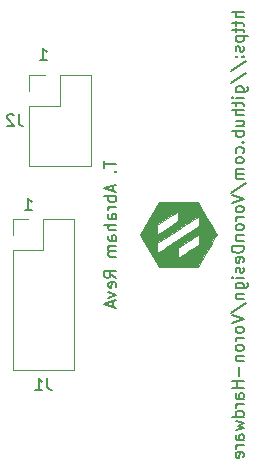
<source format=gbr>
G04 #@! TF.GenerationSoftware,KiCad,Pcbnew,(5.1.5)-3*
G04 #@! TF.CreationDate,2021-11-14T23:27:47-05:00*
G04 #@! TF.ProjectId,SKR-Mini_Screen,534b522d-4d69-46e6-995f-53637265656e,rev?*
G04 #@! TF.SameCoordinates,Original*
G04 #@! TF.FileFunction,Legend,Bot*
G04 #@! TF.FilePolarity,Positive*
%FSLAX46Y46*%
G04 Gerber Fmt 4.6, Leading zero omitted, Abs format (unit mm)*
G04 Created by KiCad (PCBNEW (5.1.5)-3) date 2021-11-14 23:27:47*
%MOMM*%
%LPD*%
G04 APERTURE LIST*
%ADD10C,0.200000*%
%ADD11C,0.150000*%
%ADD12C,0.010000*%
%ADD13C,0.120000*%
G04 APERTURE END LIST*
D10*
X143962380Y-87846666D02*
X142962380Y-87846666D01*
X143962380Y-88275238D02*
X143438571Y-88275238D01*
X143343333Y-88227619D01*
X143295714Y-88132380D01*
X143295714Y-87989523D01*
X143343333Y-87894285D01*
X143390952Y-87846666D01*
X143295714Y-88608571D02*
X143295714Y-88989523D01*
X142962380Y-88751428D02*
X143819523Y-88751428D01*
X143914761Y-88799047D01*
X143962380Y-88894285D01*
X143962380Y-88989523D01*
X143295714Y-89180000D02*
X143295714Y-89560952D01*
X142962380Y-89322857D02*
X143819523Y-89322857D01*
X143914761Y-89370476D01*
X143962380Y-89465714D01*
X143962380Y-89560952D01*
X143295714Y-89894285D02*
X144295714Y-89894285D01*
X143343333Y-89894285D02*
X143295714Y-89989523D01*
X143295714Y-90180000D01*
X143343333Y-90275238D01*
X143390952Y-90322857D01*
X143486190Y-90370476D01*
X143771904Y-90370476D01*
X143867142Y-90322857D01*
X143914761Y-90275238D01*
X143962380Y-90180000D01*
X143962380Y-89989523D01*
X143914761Y-89894285D01*
X143914761Y-90751428D02*
X143962380Y-90846666D01*
X143962380Y-91037142D01*
X143914761Y-91132380D01*
X143819523Y-91180000D01*
X143771904Y-91180000D01*
X143676666Y-91132380D01*
X143629047Y-91037142D01*
X143629047Y-90894285D01*
X143581428Y-90799047D01*
X143486190Y-90751428D01*
X143438571Y-90751428D01*
X143343333Y-90799047D01*
X143295714Y-90894285D01*
X143295714Y-91037142D01*
X143343333Y-91132380D01*
X143867142Y-91608571D02*
X143914761Y-91656190D01*
X143962380Y-91608571D01*
X143914761Y-91560952D01*
X143867142Y-91608571D01*
X143962380Y-91608571D01*
X143343333Y-91608571D02*
X143390952Y-91656190D01*
X143438571Y-91608571D01*
X143390952Y-91560952D01*
X143343333Y-91608571D01*
X143438571Y-91608571D01*
X142914761Y-92799047D02*
X144200476Y-91941904D01*
X142914761Y-93846666D02*
X144200476Y-92989523D01*
X143295714Y-94608571D02*
X144105238Y-94608571D01*
X144200476Y-94560952D01*
X144248095Y-94513333D01*
X144295714Y-94418095D01*
X144295714Y-94275238D01*
X144248095Y-94180000D01*
X143914761Y-94608571D02*
X143962380Y-94513333D01*
X143962380Y-94322857D01*
X143914761Y-94227619D01*
X143867142Y-94180000D01*
X143771904Y-94132380D01*
X143486190Y-94132380D01*
X143390952Y-94180000D01*
X143343333Y-94227619D01*
X143295714Y-94322857D01*
X143295714Y-94513333D01*
X143343333Y-94608571D01*
X143962380Y-95084761D02*
X143295714Y-95084761D01*
X142962380Y-95084761D02*
X143010000Y-95037142D01*
X143057619Y-95084761D01*
X143010000Y-95132380D01*
X142962380Y-95084761D01*
X143057619Y-95084761D01*
X143295714Y-95418095D02*
X143295714Y-95799047D01*
X142962380Y-95560952D02*
X143819523Y-95560952D01*
X143914761Y-95608571D01*
X143962380Y-95703809D01*
X143962380Y-95799047D01*
X143962380Y-96132380D02*
X142962380Y-96132380D01*
X143962380Y-96560952D02*
X143438571Y-96560952D01*
X143343333Y-96513333D01*
X143295714Y-96418095D01*
X143295714Y-96275238D01*
X143343333Y-96180000D01*
X143390952Y-96132380D01*
X143295714Y-97465714D02*
X143962380Y-97465714D01*
X143295714Y-97037142D02*
X143819523Y-97037142D01*
X143914761Y-97084761D01*
X143962380Y-97180000D01*
X143962380Y-97322857D01*
X143914761Y-97418095D01*
X143867142Y-97465714D01*
X143962380Y-97941904D02*
X142962380Y-97941904D01*
X143343333Y-97941904D02*
X143295714Y-98037142D01*
X143295714Y-98227619D01*
X143343333Y-98322857D01*
X143390952Y-98370476D01*
X143486190Y-98418095D01*
X143771904Y-98418095D01*
X143867142Y-98370476D01*
X143914761Y-98322857D01*
X143962380Y-98227619D01*
X143962380Y-98037142D01*
X143914761Y-97941904D01*
X143867142Y-98846666D02*
X143914761Y-98894285D01*
X143962380Y-98846666D01*
X143914761Y-98799047D01*
X143867142Y-98846666D01*
X143962380Y-98846666D01*
X143914761Y-99751428D02*
X143962380Y-99656190D01*
X143962380Y-99465714D01*
X143914761Y-99370476D01*
X143867142Y-99322857D01*
X143771904Y-99275238D01*
X143486190Y-99275238D01*
X143390952Y-99322857D01*
X143343333Y-99370476D01*
X143295714Y-99465714D01*
X143295714Y-99656190D01*
X143343333Y-99751428D01*
X143962380Y-100322857D02*
X143914761Y-100227619D01*
X143867142Y-100180000D01*
X143771904Y-100132380D01*
X143486190Y-100132380D01*
X143390952Y-100180000D01*
X143343333Y-100227619D01*
X143295714Y-100322857D01*
X143295714Y-100465714D01*
X143343333Y-100560952D01*
X143390952Y-100608571D01*
X143486190Y-100656190D01*
X143771904Y-100656190D01*
X143867142Y-100608571D01*
X143914761Y-100560952D01*
X143962380Y-100465714D01*
X143962380Y-100322857D01*
X143962380Y-101084761D02*
X143295714Y-101084761D01*
X143390952Y-101084761D02*
X143343333Y-101132380D01*
X143295714Y-101227619D01*
X143295714Y-101370476D01*
X143343333Y-101465714D01*
X143438571Y-101513333D01*
X143962380Y-101513333D01*
X143438571Y-101513333D02*
X143343333Y-101560952D01*
X143295714Y-101656190D01*
X143295714Y-101799047D01*
X143343333Y-101894285D01*
X143438571Y-101941904D01*
X143962380Y-101941904D01*
X142914761Y-103132380D02*
X144200476Y-102275238D01*
X142962380Y-103322857D02*
X143962380Y-103656190D01*
X142962380Y-103989523D01*
X143962380Y-104465714D02*
X143914761Y-104370476D01*
X143867142Y-104322857D01*
X143771904Y-104275238D01*
X143486190Y-104275238D01*
X143390952Y-104322857D01*
X143343333Y-104370476D01*
X143295714Y-104465714D01*
X143295714Y-104608571D01*
X143343333Y-104703809D01*
X143390952Y-104751428D01*
X143486190Y-104799047D01*
X143771904Y-104799047D01*
X143867142Y-104751428D01*
X143914761Y-104703809D01*
X143962380Y-104608571D01*
X143962380Y-104465714D01*
X143962380Y-105227619D02*
X143295714Y-105227619D01*
X143486190Y-105227619D02*
X143390952Y-105275238D01*
X143343333Y-105322857D01*
X143295714Y-105418095D01*
X143295714Y-105513333D01*
X143962380Y-105989523D02*
X143914761Y-105894285D01*
X143867142Y-105846666D01*
X143771904Y-105799047D01*
X143486190Y-105799047D01*
X143390952Y-105846666D01*
X143343333Y-105894285D01*
X143295714Y-105989523D01*
X143295714Y-106132380D01*
X143343333Y-106227619D01*
X143390952Y-106275238D01*
X143486190Y-106322857D01*
X143771904Y-106322857D01*
X143867142Y-106275238D01*
X143914761Y-106227619D01*
X143962380Y-106132380D01*
X143962380Y-105989523D01*
X143295714Y-106751428D02*
X143962380Y-106751428D01*
X143390952Y-106751428D02*
X143343333Y-106799047D01*
X143295714Y-106894285D01*
X143295714Y-107037142D01*
X143343333Y-107132380D01*
X143438571Y-107180000D01*
X143962380Y-107180000D01*
X143962380Y-107656190D02*
X142962380Y-107656190D01*
X142962380Y-107894285D01*
X143010000Y-108037142D01*
X143105238Y-108132380D01*
X143200476Y-108180000D01*
X143390952Y-108227619D01*
X143533809Y-108227619D01*
X143724285Y-108180000D01*
X143819523Y-108132380D01*
X143914761Y-108037142D01*
X143962380Y-107894285D01*
X143962380Y-107656190D01*
X143914761Y-109037142D02*
X143962380Y-108941904D01*
X143962380Y-108751428D01*
X143914761Y-108656190D01*
X143819523Y-108608571D01*
X143438571Y-108608571D01*
X143343333Y-108656190D01*
X143295714Y-108751428D01*
X143295714Y-108941904D01*
X143343333Y-109037142D01*
X143438571Y-109084761D01*
X143533809Y-109084761D01*
X143629047Y-108608571D01*
X143914761Y-109465714D02*
X143962380Y-109560952D01*
X143962380Y-109751428D01*
X143914761Y-109846666D01*
X143819523Y-109894285D01*
X143771904Y-109894285D01*
X143676666Y-109846666D01*
X143629047Y-109751428D01*
X143629047Y-109608571D01*
X143581428Y-109513333D01*
X143486190Y-109465714D01*
X143438571Y-109465714D01*
X143343333Y-109513333D01*
X143295714Y-109608571D01*
X143295714Y-109751428D01*
X143343333Y-109846666D01*
X143962380Y-110322857D02*
X143295714Y-110322857D01*
X142962380Y-110322857D02*
X143010000Y-110275238D01*
X143057619Y-110322857D01*
X143010000Y-110370476D01*
X142962380Y-110322857D01*
X143057619Y-110322857D01*
X143295714Y-111227619D02*
X144105238Y-111227619D01*
X144200476Y-111180000D01*
X144248095Y-111132380D01*
X144295714Y-111037142D01*
X144295714Y-110894285D01*
X144248095Y-110799047D01*
X143914761Y-111227619D02*
X143962380Y-111132380D01*
X143962380Y-110941904D01*
X143914761Y-110846666D01*
X143867142Y-110799047D01*
X143771904Y-110751428D01*
X143486190Y-110751428D01*
X143390952Y-110799047D01*
X143343333Y-110846666D01*
X143295714Y-110941904D01*
X143295714Y-111132380D01*
X143343333Y-111227619D01*
X143295714Y-111703809D02*
X143962380Y-111703809D01*
X143390952Y-111703809D02*
X143343333Y-111751428D01*
X143295714Y-111846666D01*
X143295714Y-111989523D01*
X143343333Y-112084761D01*
X143438571Y-112132380D01*
X143962380Y-112132380D01*
X142914761Y-113322857D02*
X144200476Y-112465714D01*
X142962380Y-113513333D02*
X143962380Y-113846666D01*
X142962380Y-114180000D01*
X143962380Y-114656190D02*
X143914761Y-114560952D01*
X143867142Y-114513333D01*
X143771904Y-114465714D01*
X143486190Y-114465714D01*
X143390952Y-114513333D01*
X143343333Y-114560952D01*
X143295714Y-114656190D01*
X143295714Y-114799047D01*
X143343333Y-114894285D01*
X143390952Y-114941904D01*
X143486190Y-114989523D01*
X143771904Y-114989523D01*
X143867142Y-114941904D01*
X143914761Y-114894285D01*
X143962380Y-114799047D01*
X143962380Y-114656190D01*
X143962380Y-115418095D02*
X143295714Y-115418095D01*
X143486190Y-115418095D02*
X143390952Y-115465714D01*
X143343333Y-115513333D01*
X143295714Y-115608571D01*
X143295714Y-115703809D01*
X143962380Y-116179999D02*
X143914761Y-116084761D01*
X143867142Y-116037142D01*
X143771904Y-115989523D01*
X143486190Y-115989523D01*
X143390952Y-116037142D01*
X143343333Y-116084761D01*
X143295714Y-116179999D01*
X143295714Y-116322857D01*
X143343333Y-116418095D01*
X143390952Y-116465714D01*
X143486190Y-116513333D01*
X143771904Y-116513333D01*
X143867142Y-116465714D01*
X143914761Y-116418095D01*
X143962380Y-116322857D01*
X143962380Y-116179999D01*
X143295714Y-116941904D02*
X143962380Y-116941904D01*
X143390952Y-116941904D02*
X143343333Y-116989523D01*
X143295714Y-117084761D01*
X143295714Y-117227619D01*
X143343333Y-117322857D01*
X143438571Y-117370476D01*
X143962380Y-117370476D01*
X143581428Y-117846666D02*
X143581428Y-118608571D01*
X143962380Y-119084761D02*
X142962380Y-119084761D01*
X143438571Y-119084761D02*
X143438571Y-119656190D01*
X143962380Y-119656190D02*
X142962380Y-119656190D01*
X143962380Y-120560952D02*
X143438571Y-120560952D01*
X143343333Y-120513333D01*
X143295714Y-120418095D01*
X143295714Y-120227619D01*
X143343333Y-120132380D01*
X143914761Y-120560952D02*
X143962380Y-120465714D01*
X143962380Y-120227619D01*
X143914761Y-120132380D01*
X143819523Y-120084761D01*
X143724285Y-120084761D01*
X143629047Y-120132380D01*
X143581428Y-120227619D01*
X143581428Y-120465714D01*
X143533809Y-120560952D01*
X143962380Y-121037142D02*
X143295714Y-121037142D01*
X143486190Y-121037142D02*
X143390952Y-121084761D01*
X143343333Y-121132380D01*
X143295714Y-121227619D01*
X143295714Y-121322857D01*
X143962380Y-122084761D02*
X142962380Y-122084761D01*
X143914761Y-122084761D02*
X143962380Y-121989523D01*
X143962380Y-121799047D01*
X143914761Y-121703809D01*
X143867142Y-121656190D01*
X143771904Y-121608571D01*
X143486190Y-121608571D01*
X143390952Y-121656190D01*
X143343333Y-121703809D01*
X143295714Y-121799047D01*
X143295714Y-121989523D01*
X143343333Y-122084761D01*
X143295714Y-122465714D02*
X143962380Y-122656190D01*
X143486190Y-122846666D01*
X143962380Y-123037142D01*
X143295714Y-123227619D01*
X143962380Y-124037142D02*
X143438571Y-124037142D01*
X143343333Y-123989523D01*
X143295714Y-123894285D01*
X143295714Y-123703809D01*
X143343333Y-123608571D01*
X143914761Y-124037142D02*
X143962380Y-123941904D01*
X143962380Y-123703809D01*
X143914761Y-123608571D01*
X143819523Y-123560952D01*
X143724285Y-123560952D01*
X143629047Y-123608571D01*
X143581428Y-123703809D01*
X143581428Y-123941904D01*
X143533809Y-124037142D01*
X143962380Y-124513333D02*
X143295714Y-124513333D01*
X143486190Y-124513333D02*
X143390952Y-124560952D01*
X143343333Y-124608571D01*
X143295714Y-124703809D01*
X143295714Y-124799047D01*
X143914761Y-125513333D02*
X143962380Y-125418095D01*
X143962380Y-125227619D01*
X143914761Y-125132380D01*
X143819523Y-125084761D01*
X143438571Y-125084761D01*
X143343333Y-125132380D01*
X143295714Y-125227619D01*
X143295714Y-125418095D01*
X143343333Y-125513333D01*
X143438571Y-125560952D01*
X143533809Y-125560952D01*
X143629047Y-125084761D01*
X132167380Y-100441904D02*
X132167380Y-101013333D01*
X133167380Y-100727619D02*
X132167380Y-100727619D01*
X133072142Y-101346666D02*
X133119761Y-101394285D01*
X133167380Y-101346666D01*
X133119761Y-101299047D01*
X133072142Y-101346666D01*
X133167380Y-101346666D01*
X132881666Y-102537142D02*
X132881666Y-103013333D01*
X133167380Y-102441904D02*
X132167380Y-102775238D01*
X133167380Y-103108571D01*
X133167380Y-103441904D02*
X132167380Y-103441904D01*
X132548333Y-103441904D02*
X132500714Y-103537142D01*
X132500714Y-103727619D01*
X132548333Y-103822857D01*
X132595952Y-103870476D01*
X132691190Y-103918095D01*
X132976904Y-103918095D01*
X133072142Y-103870476D01*
X133119761Y-103822857D01*
X133167380Y-103727619D01*
X133167380Y-103537142D01*
X133119761Y-103441904D01*
X133167380Y-104346666D02*
X132500714Y-104346666D01*
X132691190Y-104346666D02*
X132595952Y-104394285D01*
X132548333Y-104441904D01*
X132500714Y-104537142D01*
X132500714Y-104632380D01*
X133167380Y-105394285D02*
X132643571Y-105394285D01*
X132548333Y-105346666D01*
X132500714Y-105251428D01*
X132500714Y-105060952D01*
X132548333Y-104965714D01*
X133119761Y-105394285D02*
X133167380Y-105299047D01*
X133167380Y-105060952D01*
X133119761Y-104965714D01*
X133024523Y-104918095D01*
X132929285Y-104918095D01*
X132834047Y-104965714D01*
X132786428Y-105060952D01*
X132786428Y-105299047D01*
X132738809Y-105394285D01*
X133167380Y-105870476D02*
X132167380Y-105870476D01*
X133167380Y-106299047D02*
X132643571Y-106299047D01*
X132548333Y-106251428D01*
X132500714Y-106156190D01*
X132500714Y-106013333D01*
X132548333Y-105918095D01*
X132595952Y-105870476D01*
X133167380Y-107203809D02*
X132643571Y-107203809D01*
X132548333Y-107156190D01*
X132500714Y-107060952D01*
X132500714Y-106870476D01*
X132548333Y-106775238D01*
X133119761Y-107203809D02*
X133167380Y-107108571D01*
X133167380Y-106870476D01*
X133119761Y-106775238D01*
X133024523Y-106727619D01*
X132929285Y-106727619D01*
X132834047Y-106775238D01*
X132786428Y-106870476D01*
X132786428Y-107108571D01*
X132738809Y-107203809D01*
X133167380Y-107680000D02*
X132500714Y-107680000D01*
X132595952Y-107680000D02*
X132548333Y-107727619D01*
X132500714Y-107822857D01*
X132500714Y-107965714D01*
X132548333Y-108060952D01*
X132643571Y-108108571D01*
X133167380Y-108108571D01*
X132643571Y-108108571D02*
X132548333Y-108156190D01*
X132500714Y-108251428D01*
X132500714Y-108394285D01*
X132548333Y-108489523D01*
X132643571Y-108537142D01*
X133167380Y-108537142D01*
X133167380Y-110346666D02*
X132691190Y-110013333D01*
X133167380Y-109775238D02*
X132167380Y-109775238D01*
X132167380Y-110156190D01*
X132215000Y-110251428D01*
X132262619Y-110299047D01*
X132357857Y-110346666D01*
X132500714Y-110346666D01*
X132595952Y-110299047D01*
X132643571Y-110251428D01*
X132691190Y-110156190D01*
X132691190Y-109775238D01*
X133119761Y-111156190D02*
X133167380Y-111060952D01*
X133167380Y-110870476D01*
X133119761Y-110775238D01*
X133024523Y-110727619D01*
X132643571Y-110727619D01*
X132548333Y-110775238D01*
X132500714Y-110870476D01*
X132500714Y-111060952D01*
X132548333Y-111156190D01*
X132643571Y-111203809D01*
X132738809Y-111203809D01*
X132834047Y-110727619D01*
X132500714Y-111537142D02*
X133167380Y-111775238D01*
X132500714Y-112013333D01*
X132881666Y-112346666D02*
X132881666Y-112822857D01*
X133167380Y-112251428D02*
X132167380Y-112584761D01*
X133167380Y-112918095D01*
D11*
X126714285Y-91892380D02*
X127285714Y-91892380D01*
X127000000Y-91892380D02*
X127000000Y-90892380D01*
X127095238Y-91035238D01*
X127190476Y-91130476D01*
X127285714Y-91178095D01*
X125444285Y-104592380D02*
X126015714Y-104592380D01*
X125730000Y-104592380D02*
X125730000Y-103592380D01*
X125825238Y-103735238D01*
X125920476Y-103830476D01*
X126015714Y-103878095D01*
D12*
G36*
X136780150Y-109448600D02*
G01*
X140079849Y-109448600D01*
X140880524Y-108059308D01*
X141076185Y-107719339D01*
X141254267Y-107409012D01*
X141408754Y-107138882D01*
X141533630Y-106919505D01*
X141622877Y-106761439D01*
X141670478Y-106675239D01*
X141676770Y-106662308D01*
X141651166Y-106618181D01*
X141580713Y-106496791D01*
X141471566Y-106308745D01*
X141329881Y-106064649D01*
X141161815Y-105775109D01*
X140973525Y-105450731D01*
X140876162Y-105283000D01*
X140164876Y-104057648D01*
X140164876Y-105113666D01*
X140184402Y-105152441D01*
X140199187Y-105270479D01*
X140206891Y-105445467D01*
X140207479Y-105520066D01*
X140206959Y-105943400D01*
X140185076Y-105957821D01*
X140185076Y-106680000D01*
X140195563Y-106726850D01*
X140203500Y-106851616D01*
X140207596Y-107030623D01*
X140207886Y-107099100D01*
X140207772Y-107518200D01*
X139464043Y-108000800D01*
X139209678Y-108165838D01*
X138975166Y-108317963D01*
X138777951Y-108445863D01*
X138635476Y-108538223D01*
X138575156Y-108577288D01*
X138430000Y-108671177D01*
X138430000Y-107809093D01*
X139296076Y-107244546D01*
X139558735Y-107074034D01*
X139791619Y-106924186D01*
X139981683Y-106803286D01*
X140115882Y-106719618D01*
X140181172Y-106681465D01*
X140185076Y-106680000D01*
X140185076Y-105957821D01*
X138472603Y-107086400D01*
X138096432Y-107334036D01*
X137746255Y-107564037D01*
X137431238Y-107770420D01*
X137160551Y-107947202D01*
X136943361Y-108088399D01*
X136788837Y-108188029D01*
X136706148Y-108240108D01*
X136695123Y-108246333D01*
X136675597Y-108207558D01*
X136660812Y-108089520D01*
X136653108Y-107914532D01*
X136652520Y-107839933D01*
X136653040Y-107416600D01*
X138387396Y-106273600D01*
X138763567Y-106025963D01*
X139113744Y-105795962D01*
X139428761Y-105589579D01*
X139699448Y-105412797D01*
X139916638Y-105271600D01*
X140071162Y-105171970D01*
X140153851Y-105119891D01*
X140164876Y-105113666D01*
X140164876Y-104057648D01*
X140079983Y-103911400D01*
X138430000Y-103911400D01*
X138430000Y-104688822D01*
X138430000Y-105550906D01*
X137563923Y-106115453D01*
X137301264Y-106285965D01*
X137068380Y-106435813D01*
X136878316Y-106556713D01*
X136744117Y-106640381D01*
X136678827Y-106678534D01*
X136674923Y-106680000D01*
X136664436Y-106633149D01*
X136656499Y-106508383D01*
X136652403Y-106329376D01*
X136652113Y-106260900D01*
X136652227Y-105841800D01*
X137395956Y-105359200D01*
X137650321Y-105194161D01*
X137884833Y-105042036D01*
X138082048Y-104914136D01*
X138224523Y-104821776D01*
X138284843Y-104782711D01*
X138430000Y-104688822D01*
X138430000Y-103911400D01*
X136780150Y-103911400D01*
X135184552Y-106680000D01*
X136780150Y-109448600D01*
G37*
X136780150Y-109448600D02*
X140079849Y-109448600D01*
X140880524Y-108059308D01*
X141076185Y-107719339D01*
X141254267Y-107409012D01*
X141408754Y-107138882D01*
X141533630Y-106919505D01*
X141622877Y-106761439D01*
X141670478Y-106675239D01*
X141676770Y-106662308D01*
X141651166Y-106618181D01*
X141580713Y-106496791D01*
X141471566Y-106308745D01*
X141329881Y-106064649D01*
X141161815Y-105775109D01*
X140973525Y-105450731D01*
X140876162Y-105283000D01*
X140164876Y-104057648D01*
X140164876Y-105113666D01*
X140184402Y-105152441D01*
X140199187Y-105270479D01*
X140206891Y-105445467D01*
X140207479Y-105520066D01*
X140206959Y-105943400D01*
X140185076Y-105957821D01*
X140185076Y-106680000D01*
X140195563Y-106726850D01*
X140203500Y-106851616D01*
X140207596Y-107030623D01*
X140207886Y-107099100D01*
X140207772Y-107518200D01*
X139464043Y-108000800D01*
X139209678Y-108165838D01*
X138975166Y-108317963D01*
X138777951Y-108445863D01*
X138635476Y-108538223D01*
X138575156Y-108577288D01*
X138430000Y-108671177D01*
X138430000Y-107809093D01*
X139296076Y-107244546D01*
X139558735Y-107074034D01*
X139791619Y-106924186D01*
X139981683Y-106803286D01*
X140115882Y-106719618D01*
X140181172Y-106681465D01*
X140185076Y-106680000D01*
X140185076Y-105957821D01*
X138472603Y-107086400D01*
X138096432Y-107334036D01*
X137746255Y-107564037D01*
X137431238Y-107770420D01*
X137160551Y-107947202D01*
X136943361Y-108088399D01*
X136788837Y-108188029D01*
X136706148Y-108240108D01*
X136695123Y-108246333D01*
X136675597Y-108207558D01*
X136660812Y-108089520D01*
X136653108Y-107914532D01*
X136652520Y-107839933D01*
X136653040Y-107416600D01*
X138387396Y-106273600D01*
X138763567Y-106025963D01*
X139113744Y-105795962D01*
X139428761Y-105589579D01*
X139699448Y-105412797D01*
X139916638Y-105271600D01*
X140071162Y-105171970D01*
X140153851Y-105119891D01*
X140164876Y-105113666D01*
X140164876Y-104057648D01*
X140079983Y-103911400D01*
X138430000Y-103911400D01*
X138430000Y-104688822D01*
X138430000Y-105550906D01*
X137563923Y-106115453D01*
X137301264Y-106285965D01*
X137068380Y-106435813D01*
X136878316Y-106556713D01*
X136744117Y-106640381D01*
X136678827Y-106678534D01*
X136674923Y-106680000D01*
X136664436Y-106633149D01*
X136656499Y-106508383D01*
X136652403Y-106329376D01*
X136652113Y-106260900D01*
X136652227Y-105841800D01*
X137395956Y-105359200D01*
X137650321Y-105194161D01*
X137884833Y-105042036D01*
X138082048Y-104914136D01*
X138224523Y-104821776D01*
X138284843Y-104782711D01*
X138430000Y-104688822D01*
X138430000Y-103911400D01*
X136780150Y-103911400D01*
X135184552Y-106680000D01*
X136780150Y-109448600D01*
D13*
X125730000Y-105350000D02*
X124400000Y-105350000D01*
X124400000Y-105350000D02*
X124400000Y-106680000D01*
X127000000Y-105350000D02*
X127000000Y-107950000D01*
X127000000Y-107950000D02*
X124400000Y-107950000D01*
X124400000Y-107950000D02*
X124400000Y-118170000D01*
X129600000Y-118170000D02*
X124400000Y-118170000D01*
X129600000Y-105350000D02*
X129600000Y-118170000D01*
X129600000Y-105350000D02*
X127000000Y-105350000D01*
X127133000Y-93158000D02*
X125803000Y-93158000D01*
X125803000Y-93158000D02*
X125803000Y-94488000D01*
X128403000Y-93158000D02*
X128403000Y-95758000D01*
X128403000Y-95758000D02*
X125803000Y-95758000D01*
X125803000Y-95758000D02*
X125803000Y-100898000D01*
X131003000Y-100898000D02*
X125803000Y-100898000D01*
X131003000Y-93158000D02*
X131003000Y-100898000D01*
X131003000Y-93158000D02*
X128403000Y-93158000D01*
D11*
X127333333Y-118832380D02*
X127333333Y-119546666D01*
X127380952Y-119689523D01*
X127476190Y-119784761D01*
X127619047Y-119832380D01*
X127714285Y-119832380D01*
X126333333Y-119832380D02*
X126904761Y-119832380D01*
X126619047Y-119832380D02*
X126619047Y-118832380D01*
X126714285Y-118975238D01*
X126809523Y-119070476D01*
X126904761Y-119118095D01*
X124926333Y-96480380D02*
X124926333Y-97194666D01*
X124973952Y-97337523D01*
X125069190Y-97432761D01*
X125212047Y-97480380D01*
X125307285Y-97480380D01*
X124497761Y-96575619D02*
X124450142Y-96528000D01*
X124354904Y-96480380D01*
X124116809Y-96480380D01*
X124021571Y-96528000D01*
X123973952Y-96575619D01*
X123926333Y-96670857D01*
X123926333Y-96766095D01*
X123973952Y-96908952D01*
X124545380Y-97480380D01*
X123926333Y-97480380D01*
M02*

</source>
